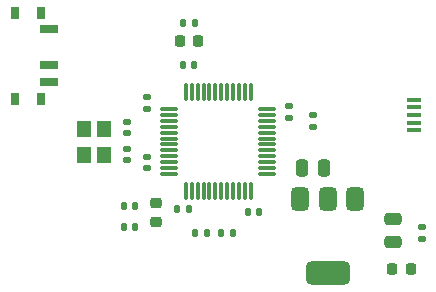
<source format=gbr>
%TF.GenerationSoftware,KiCad,Pcbnew,8.0.3*%
%TF.CreationDate,2024-06-13T12:42:30-05:00*%
%TF.ProjectId,STM32BluePill,53544d33-3242-46c7-9565-50696c6c2e6b,rev?*%
%TF.SameCoordinates,Original*%
%TF.FileFunction,Paste,Top*%
%TF.FilePolarity,Positive*%
%FSLAX46Y46*%
G04 Gerber Fmt 4.6, Leading zero omitted, Abs format (unit mm)*
G04 Created by KiCad (PCBNEW 8.0.3) date 2024-06-13 12:42:30*
%MOMM*%
%LPD*%
G01*
G04 APERTURE LIST*
G04 Aperture macros list*
%AMRoundRect*
0 Rectangle with rounded corners*
0 $1 Rounding radius*
0 $2 $3 $4 $5 $6 $7 $8 $9 X,Y pos of 4 corners*
0 Add a 4 corners polygon primitive as box body*
4,1,4,$2,$3,$4,$5,$6,$7,$8,$9,$2,$3,0*
0 Add four circle primitives for the rounded corners*
1,1,$1+$1,$2,$3*
1,1,$1+$1,$4,$5*
1,1,$1+$1,$6,$7*
1,1,$1+$1,$8,$9*
0 Add four rect primitives between the rounded corners*
20,1,$1+$1,$2,$3,$4,$5,0*
20,1,$1+$1,$4,$5,$6,$7,0*
20,1,$1+$1,$6,$7,$8,$9,0*
20,1,$1+$1,$8,$9,$2,$3,0*%
G04 Aperture macros list end*
%ADD10RoundRect,0.135000X-0.135000X-0.185000X0.135000X-0.185000X0.135000X0.185000X-0.135000X0.185000X0*%
%ADD11RoundRect,0.135000X-0.185000X0.135000X-0.185000X-0.135000X0.185000X-0.135000X0.185000X0.135000X0*%
%ADD12RoundRect,0.225000X-0.225000X-0.250000X0.225000X-0.250000X0.225000X0.250000X-0.225000X0.250000X0*%
%ADD13RoundRect,0.250000X-0.250000X-0.475000X0.250000X-0.475000X0.250000X0.475000X-0.250000X0.475000X0*%
%ADD14RoundRect,0.140000X0.140000X0.170000X-0.140000X0.170000X-0.140000X-0.170000X0.140000X-0.170000X0*%
%ADD15RoundRect,0.140000X-0.140000X-0.170000X0.140000X-0.170000X0.140000X0.170000X-0.140000X0.170000X0*%
%ADD16RoundRect,0.140000X0.170000X-0.140000X0.170000X0.140000X-0.170000X0.140000X-0.170000X-0.140000X0*%
%ADD17RoundRect,0.075000X-0.662500X-0.075000X0.662500X-0.075000X0.662500X0.075000X-0.662500X0.075000X0*%
%ADD18RoundRect,0.075000X-0.075000X-0.662500X0.075000X-0.662500X0.075000X0.662500X-0.075000X0.662500X0*%
%ADD19RoundRect,0.135000X0.185000X-0.135000X0.185000X0.135000X-0.185000X0.135000X-0.185000X-0.135000X0*%
%ADD20RoundRect,0.218750X0.218750X0.256250X-0.218750X0.256250X-0.218750X-0.256250X0.218750X-0.256250X0*%
%ADD21RoundRect,0.140000X-0.170000X0.140000X-0.170000X-0.140000X0.170000X-0.140000X0.170000X0.140000X0*%
%ADD22R,1.300000X0.450000*%
%ADD23RoundRect,0.250000X0.475000X-0.250000X0.475000X0.250000X-0.475000X0.250000X-0.475000X-0.250000X0*%
%ADD24R,1.200000X1.400000*%
%ADD25RoundRect,0.218750X-0.256250X0.218750X-0.256250X-0.218750X0.256250X-0.218750X0.256250X0.218750X0*%
%ADD26RoundRect,0.135000X0.135000X0.185000X-0.135000X0.185000X-0.135000X-0.185000X0.135000X-0.185000X0*%
%ADD27R,0.800000X1.000000*%
%ADD28R,1.500000X0.700000*%
%ADD29RoundRect,0.375000X-0.375000X0.625000X-0.375000X-0.625000X0.375000X-0.625000X0.375000X0.625000X0*%
%ADD30RoundRect,0.500000X-1.400000X0.500000X-1.400000X-0.500000X1.400000X-0.500000X1.400000X0.500000X0*%
G04 APERTURE END LIST*
D10*
%TO.C,R2*%
X75490000Y-65250000D03*
X76510000Y-65250000D03*
%TD*%
D11*
%TO.C,R5*%
X83250000Y-55240000D03*
X83250000Y-56260000D03*
%TD*%
D12*
%TO.C,C5*%
X71975000Y-49000000D03*
X73525000Y-49000000D03*
%TD*%
D13*
%TO.C,C1*%
X82300000Y-59750000D03*
X84200000Y-59750000D03*
%TD*%
D14*
%TO.C,C8*%
X78730000Y-63500000D03*
X77770000Y-63500000D03*
%TD*%
D15*
%TO.C,C10*%
X72270000Y-51000000D03*
X73230000Y-51000000D03*
%TD*%
D16*
%TO.C,C4*%
X67500000Y-56810000D03*
X67500000Y-55850000D03*
%TD*%
D17*
%TO.C,U2*%
X71087500Y-54750000D03*
X71087500Y-55250000D03*
X71087500Y-55750000D03*
X71087500Y-56250000D03*
X71087500Y-56750000D03*
X71087500Y-57250000D03*
X71087500Y-57750000D03*
X71087500Y-58250000D03*
X71087500Y-58750000D03*
X71087500Y-59250000D03*
X71087500Y-59750000D03*
X71087500Y-60250000D03*
D18*
X72500000Y-61662500D03*
X73000000Y-61662500D03*
X73500000Y-61662500D03*
X74000000Y-61662500D03*
X74500000Y-61662500D03*
X75000000Y-61662500D03*
X75500000Y-61662500D03*
X76000000Y-61662500D03*
X76500000Y-61662500D03*
X77000000Y-61662500D03*
X77500000Y-61662500D03*
X78000000Y-61662500D03*
D17*
X79412500Y-60250000D03*
X79412500Y-59750000D03*
X79412500Y-59250000D03*
X79412500Y-58750000D03*
X79412500Y-58250000D03*
X79412500Y-57750000D03*
X79412500Y-57250000D03*
X79412500Y-56750000D03*
X79412500Y-56250000D03*
X79412500Y-55750000D03*
X79412500Y-55250000D03*
X79412500Y-54750000D03*
D18*
X78000000Y-53337500D03*
X77500000Y-53337500D03*
X77000000Y-53337500D03*
X76500000Y-53337500D03*
X76000000Y-53337500D03*
X75500000Y-53337500D03*
X75000000Y-53337500D03*
X74500000Y-53337500D03*
X74000000Y-53337500D03*
X73500000Y-53337500D03*
X73000000Y-53337500D03*
X72500000Y-53337500D03*
%TD*%
D19*
%TO.C,R1*%
X92500000Y-65770000D03*
X92500000Y-64750000D03*
%TD*%
D20*
%TO.C,D1*%
X91537500Y-68250000D03*
X89962500Y-68250000D03*
%TD*%
D21*
%TO.C,C7*%
X81250000Y-54520000D03*
X81250000Y-55480000D03*
%TD*%
D16*
%TO.C,C9*%
X69250000Y-54730000D03*
X69250000Y-53770000D03*
%TD*%
D15*
%TO.C,C3*%
X71770000Y-63250000D03*
X72730000Y-63250000D03*
%TD*%
D22*
%TO.C,J4*%
X91845000Y-56555000D03*
X91845000Y-55905000D03*
X91845000Y-55255000D03*
X91845000Y-54605000D03*
X91845000Y-53955000D03*
%TD*%
D23*
%TO.C,C2*%
X90000000Y-66000000D03*
X90000000Y-64100000D03*
%TD*%
D24*
%TO.C,Y1*%
X63900000Y-56400000D03*
X63900000Y-58600000D03*
X65600000Y-58600000D03*
X65600000Y-56400000D03*
%TD*%
D25*
%TO.C,FB1*%
X70000000Y-62712500D03*
X70000000Y-64287500D03*
%TD*%
D16*
%TO.C,C6*%
X67500000Y-59060000D03*
X67500000Y-58100000D03*
%TD*%
D14*
%TO.C,C12*%
X68230000Y-63000000D03*
X67270000Y-63000000D03*
%TD*%
D16*
%TO.C,C11*%
X69250000Y-59730000D03*
X69250000Y-58770000D03*
%TD*%
D26*
%TO.C,R3*%
X74260000Y-65250000D03*
X73240000Y-65250000D03*
%TD*%
D27*
%TO.C,SW1*%
X60255000Y-46600000D03*
X58045000Y-46600000D03*
X60255000Y-53900000D03*
X58045000Y-53900000D03*
D28*
X60905000Y-48000000D03*
X60905000Y-51000000D03*
X60905000Y-52500000D03*
%TD*%
D10*
%TO.C,R4*%
X72240000Y-47500000D03*
X73260000Y-47500000D03*
%TD*%
D14*
%TO.C,C13*%
X68230000Y-64750000D03*
X67270000Y-64750000D03*
%TD*%
D29*
%TO.C,U1*%
X86800000Y-62350000D03*
X84500000Y-62350000D03*
D30*
X84500000Y-68650000D03*
D29*
X82200000Y-62350000D03*
%TD*%
M02*

</source>
